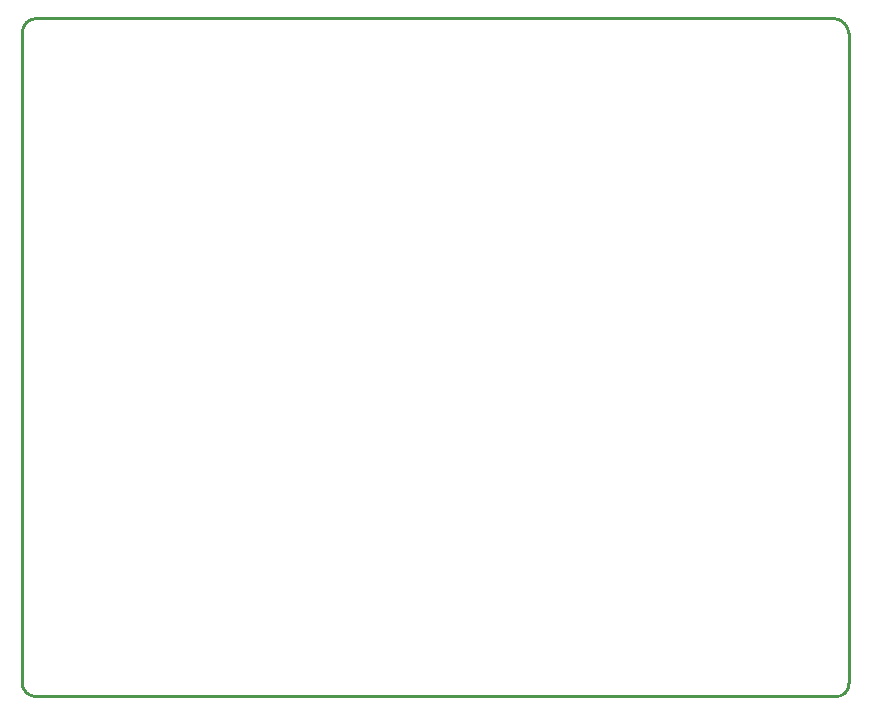
<source format=gko>
G04 Layer: BoardOutlineLayer*
G04 EasyEDA v6.5.42, 2024-06-07 11:44:59*
G04 8452c85e2a7e40808aef99803c7b0139,2402692d15bd446891542ced5281a4ad,10*
G04 Gerber Generator version 0.2*
G04 Scale: 100 percent, Rotated: No, Reflected: No *
G04 Dimensions in millimeters *
G04 leading zeros omitted , absolute positions ,4 integer and 5 decimal *
%FSLAX45Y45*%
%MOMM*%

%ADD10C,0.2540*%
D10*
X-3505200Y-2590800D02*
G01*
X-3505200Y2895600D01*
X-3378200Y-2717800D02*
G01*
X3378200Y-2717800D01*
G75*
G01*
X-3378200Y-2717800D02*
G02*
X-3505200Y-2590800I-12700J114300D01*
G75*
G01*
X-3505200Y2895590D02*
G02*
X-3378200Y3022587I120651J6347D01*
X3365500Y3022600D02*
G01*
X-3378200Y3022600D01*
G75*
G01*
X3365487Y3022587D02*
G02*
X3492485Y2895590I-6351J-133348D01*
G75*
G01*
X3492485Y-2603500D02*
G02*
X3378187Y-2717800I-102304J-11996D01*
X3492500Y-2603500D02*
G01*
X3492500Y2895600D01*

%LPD*%
M02*

</source>
